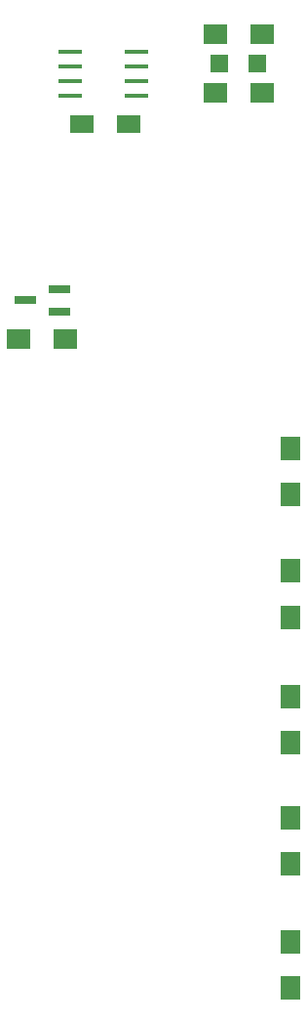
<source format=gbr>
G04 #@! TF.FileFunction,Paste,Top*
%FSLAX46Y46*%
G04 Gerber Fmt 4.6, Leading zero omitted, Abs format (unit mm)*
G04 Created by KiCad (PCBNEW 4.0.4-stable) date Saturday, January 07, 2017 'PMt' 11:38:11 PM*
%MOMM*%
%LPD*%
G01*
G04 APERTURE LIST*
%ADD10C,0.100000*%
%ADD11R,1.500000X1.500000*%
%ADD12R,1.900000X0.800000*%
%ADD13R,2.000000X1.700000*%
%ADD14R,1.700000X2.000000*%
%ADD15R,2.150000X0.450000*%
%ADD16R,2.000000X1.600000*%
G04 APERTURE END LIST*
D10*
D11*
X33650000Y-14800000D03*
X36950000Y-14800000D03*
D12*
X19750000Y-36250000D03*
X19750000Y-34350000D03*
X16750000Y-35300000D03*
D13*
X37300000Y-17300000D03*
X33300000Y-17300000D03*
X37300000Y-12250000D03*
X33300000Y-12250000D03*
X16200000Y-38700000D03*
X20200000Y-38700000D03*
D14*
X39800000Y-48150000D03*
X39800000Y-52150000D03*
X39800000Y-58750000D03*
X39800000Y-62750000D03*
X39800000Y-69650000D03*
X39800000Y-73650000D03*
X39800000Y-80150000D03*
X39800000Y-84150000D03*
X39800000Y-90900000D03*
X39800000Y-94900000D03*
D15*
X26425000Y-17605000D03*
X26425000Y-16335000D03*
X26425000Y-15065000D03*
X26425000Y-13795000D03*
X20675000Y-13795000D03*
X20675000Y-15065000D03*
X20675000Y-16335000D03*
X20675000Y-17605000D03*
D16*
X25700000Y-20000000D03*
X21700000Y-20000000D03*
M02*

</source>
